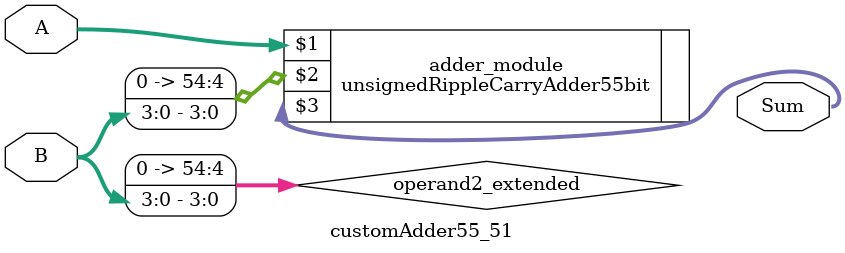
<source format=v>
module customAdder55_51(
                        input [54 : 0] A,
                        input [3 : 0] B,
                        
                        output [55 : 0] Sum
                );

        wire [54 : 0] operand2_extended;
        
        assign operand2_extended =  {51'b0, B};
        
        unsignedRippleCarryAdder55bit adder_module(
            A,
            operand2_extended,
            Sum
        );
        
        endmodule
        
</source>
